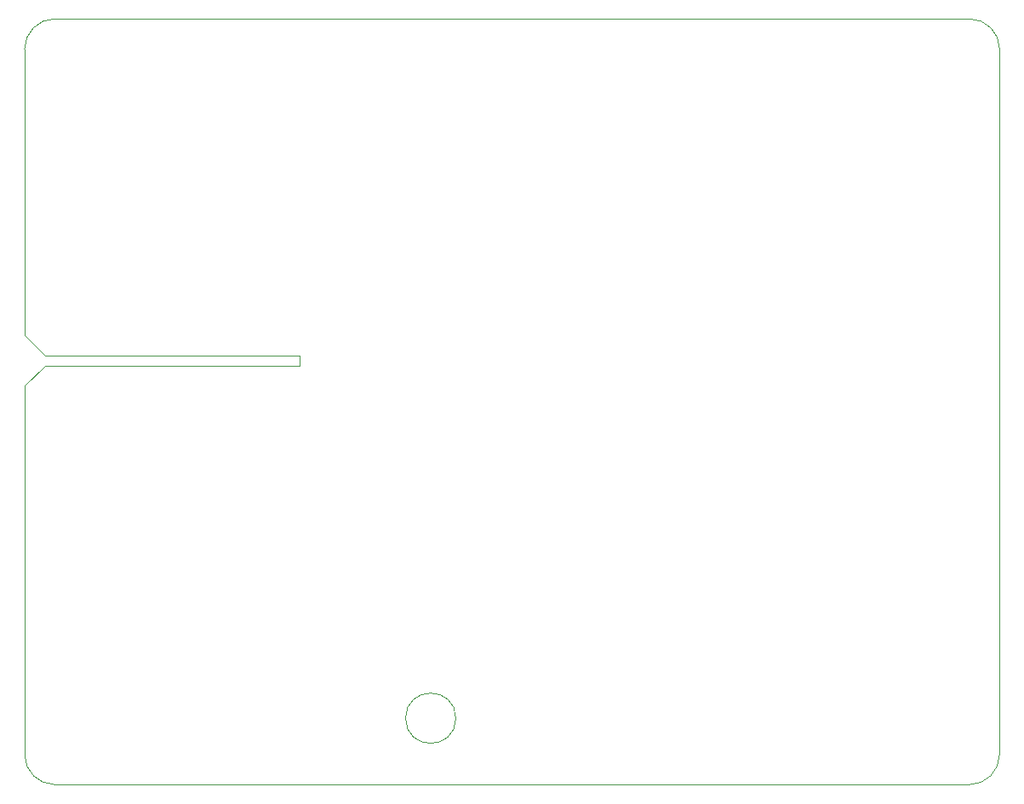
<source format=gbr>
%TF.GenerationSoftware,KiCad,Pcbnew,8.0.7-8.0.7-0~ubuntu22.04.1*%
%TF.CreationDate,2024-12-10T13:55:57+09:00*%
%TF.ProjectId,MRM5-tester,4d524d35-2d74-4657-9374-65722e6b6963,rev?*%
%TF.SameCoordinates,Original*%
%TF.FileFunction,Profile,NP*%
%FSLAX46Y46*%
G04 Gerber Fmt 4.6, Leading zero omitted, Abs format (unit mm)*
G04 Created by KiCad (PCBNEW 8.0.7-8.0.7-0~ubuntu22.04.1) date 2024-12-10 13:55:57*
%MOMM*%
%LPD*%
G01*
G04 APERTURE LIST*
%TA.AperFunction,Profile*%
%ADD10C,0.050000*%
%TD*%
G04 APERTURE END LIST*
D10*
X129750000Y-96000000D02*
X104358720Y-96000000D01*
X199334000Y-65484000D02*
X199334000Y-135684000D01*
X104358720Y-96000000D02*
X102358720Y-94000000D01*
X102358720Y-99000000D02*
X104358720Y-97000000D01*
X196334000Y-62484000D02*
G75*
G02*
X199334000Y-65484000I0J-3000000D01*
G01*
X199334000Y-135684000D02*
G75*
G02*
X196334000Y-138684000I-3000000J0D01*
G01*
X105358720Y-62484000D02*
X196334000Y-62484000D01*
X145248000Y-132080000D02*
G75*
G02*
X140248000Y-132080000I-2500000J0D01*
G01*
X140248000Y-132080000D02*
G75*
G02*
X145248000Y-132080000I2500000J0D01*
G01*
X129750000Y-97000000D02*
X104358720Y-97000000D01*
X105358720Y-138684000D02*
G75*
G02*
X102358700Y-135684000I-20J3000000D01*
G01*
X102358720Y-65484000D02*
X102358720Y-94000000D01*
X129750000Y-96000000D02*
X129750000Y-97000000D01*
X102358720Y-65484000D02*
G75*
G02*
X105358720Y-62484020I2999980J0D01*
G01*
X196334000Y-138684000D02*
X105358720Y-138684000D01*
X102358720Y-135684000D02*
X102358720Y-99000000D01*
M02*

</source>
